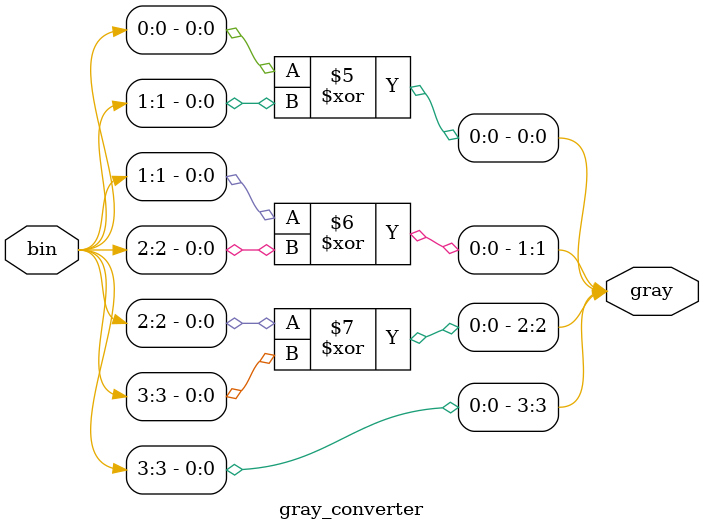
<source format=sv>
module gray_converter #(parameter n=4) (
  input [n-1:0]bin,
  output reg [n-1:0]gray);
  
  
  always @(*) begin
    for (int i=0; i<n; i++) begin
    if (i==n-1) gray[i] = bin[i];
      else gray[i] = bin[i] ^ bin[i+1];
  end
  end
  
endmodule
</source>
